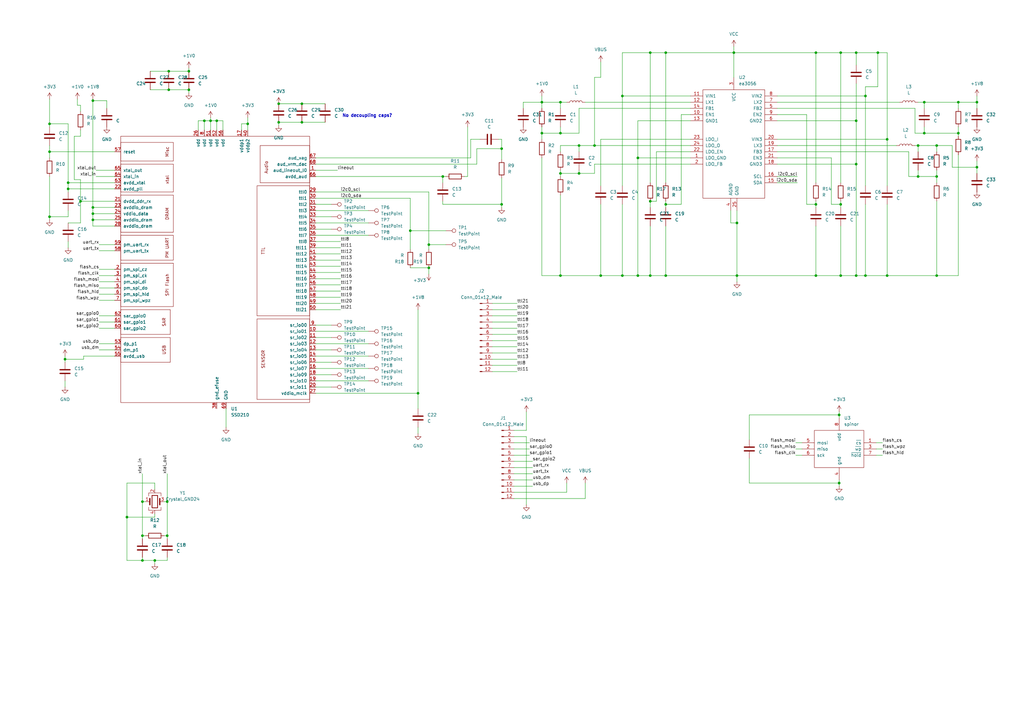
<source format=kicad_sch>
(kicad_sch (version 20211123) (generator eeschema)
  (paper "A3")
  (lib_symbols
    (symbol "Connector:Conn_01x12_Male" (pin_names (offset 1.016) hide)
      (property "Reference" "J" (at 0 15.24 0))
      (property "Value" "Conn_01x12_Male" (at 0 -17.78 0))
      (symbol "Conn_01x12_Male_1_1"
        (pin passive line (at 5.08 12.7 180) (length 3.81) (name "Pin_1") (number "1"))
        (pin passive line (at 5.08 -10.16 180) (length 3.81) (name "Pin_10") (number "10"))
        (pin passive line (at 5.08 -12.7 180) (length 3.81) (name "Pin_11") (number "11"))
        (pin passive line (at 5.08 -15.24 180) (length 3.81) (name "Pin_12") (number "12"))
        (pin passive line (at 5.08 10.16 180) (length 3.81) (name "Pin_2") (number "2"))
        (pin passive line (at 5.08 7.62 180) (length 3.81) (name "Pin_3") (number "3"))
        (pin passive line (at 5.08 5.08 180) (length 3.81) (name "Pin_4") (number "4"))
        (pin passive line (at 5.08 2.54 180) (length 3.81) (name "Pin_5") (number "5"))
        (pin passive line (at 5.08 0 180) (length 3.81) (name "Pin_6") (number "6"))
        (pin passive line (at 5.08 -2.54 180) (length 3.81) (name "Pin_7") (number "7"))
        (pin passive line (at 5.08 -5.08 180) (length 3.81) (name "Pin_8") (number "8"))
        (pin passive line (at 5.08 -7.62 180) (length 3.81) (name "Pin_9") (number "9"))
      )
    )
    (symbol "Connector:TestPoint" (pin_numbers hide) (pin_names (offset 0.762) hide)
      (property "Reference" "TP" (at 0 6.858 0))
      (property "Value" "TestPoint" (at 0 5.08 0))
      (symbol "TestPoint_1_1"
        (pin passive line (at 0 0 90) (length 2.54) (name "1") (number "1"))
      )
    )
    (symbol "Device:C" (pin_numbers hide) (pin_names (offset 0.254))
      (property "Reference" "C" (at 0.635 2.54 0))
      (property "Value" "C" (at 0.635 -2.54 0))
      (symbol "C_1_1"
        (pin passive line (at 0 3.81 270) (length 2.794) (name "~") (number "1"))
        (pin passive line (at 0 -3.81 90) (length 2.794) (name "~") (number "2"))
      )
    )
    (symbol "Device:Crystal_GND24" (pin_names (offset 1.016) hide)
      (property "Reference" "Y" (at 3.175 5.08 0))
      (property "Value" "Crystal_GND24" (at 3.175 3.175 0))
      (symbol "Crystal_GND24_1_1"
        (pin passive line (at -3.81 0 0) (length 1.27) (name "1") (number "1"))
        (pin passive line (at 0 5.08 270) (length 1.27) (name "2") (number "2"))
        (pin passive line (at 3.81 0 180) (length 1.27) (name "3") (number "3"))
        (pin passive line (at 0 -5.08 90) (length 1.27) (name "4") (number "4"))
      )
    )
    (symbol "Device:L" (pin_numbers hide) (pin_names (offset 1.016) hide)
      (property "Reference" "L" (at -1.27 0 90))
      (property "Value" "L" (at 1.905 0 90))
      (symbol "L_1_1"
        (pin passive line (at 0 3.81 270) (length 1.27) (name "1") (number "1"))
        (pin passive line (at 0 -3.81 90) (length 1.27) (name "2") (number "2"))
      )
    )
    (symbol "Device:R" (pin_numbers hide) (pin_names (offset 0))
      (property "Reference" "R" (at 2.032 0 90))
      (property "Value" "R" (at 0 0 90))
      (symbol "R_1_1"
        (pin passive line (at 0 3.81 270) (length 1.27) (name "~") (number "1"))
        (pin passive line (at 0 -3.81 90) (length 1.27) (name "~") (number "2"))
      )
    )
    (symbol "ea3056:ea3056" (pin_names (offset 1.016))
      (property "Reference" "U" (at 0 -1.27 0))
      (property "Value" "ea3056" (at 0 1.27 0))
      (symbol "ea3056_1_1"
        (pin power_in line (at -17.78 -10.16 0) (length 5.08) (name "LDO_GND") (number "1"))
        (pin input line (at -17.78 7.62 0) (length 5.08) (name "EN1") (number "10"))
        (pin power_in line (at -17.78 15.24 0) (length 5.08) (name "VIN1") (number "11"))
        (pin power_out line (at -17.78 12.7 0) (length 5.08) (name "LX1") (number "12"))
        (pin power_in line (at -17.78 5.08 0) (length 5.08) (name "GND1") (number "13"))
        (pin input line (at -17.78 10.16 0) (length 5.08) (name "FB1") (number "14"))
        (pin bidirectional line (at 17.78 -20.32 180) (length 5.08) (name "SDA") (number "15"))
        (pin output line (at 17.78 -17.78 180) (length 5.08) (name "SCL") (number "16"))
        (pin input line (at 17.78 -7.62 180) (length 5.08) (name "FB3") (number "17"))
        (pin power_in line (at 17.78 -12.7 180) (length 5.08) (name "GND3") (number "18"))
        (pin power_out line (at 17.78 -5.08 180) (length 5.08) (name "LX3") (number "19"))
        (pin input line (at -17.78 -12.7 0) (length 5.08) (name "LDO_FB") (number "2"))
        (pin power_in line (at 17.78 -2.54 180) (length 5.08) (name "VIN3") (number "20"))
        (pin input line (at 17.78 -10.16 180) (length 5.08) (name "EN3") (number "21"))
        (pin input line (at -17.78 -7.62 0) (length 5.08) (name "LDO_EN") (number "22"))
        (pin power_in line (at -17.78 -2.54 0) (length 5.08) (name "LDO_I") (number "23"))
        (pin power_out line (at -17.78 -5.08 0) (length 5.08) (name "LDO_O") (number "24"))
        (pin power_in line (at 1.27 -31.75 90) (length 5.08) (name "GND") (number "25"))
        (pin power_in line (at 0 22.86 270) (length 5.08) (name "VCC") (number "3"))
        (pin power_in line (at -1.27 -31.75 90) (length 5.08) (name "AGND") (number "4"))
        (pin input line (at 17.78 10.16 180) (length 5.08) (name "FB2") (number "5"))
        (pin power_in line (at 17.78 5.08 180) (length 5.08) (name "GND2") (number "6"))
        (pin power_out line (at 17.78 12.7 180) (length 5.08) (name "LX2") (number "7"))
        (pin power_in line (at 17.78 15.24 180) (length 5.08) (name "VIN2") (number "8"))
        (pin input line (at 17.78 7.62 180) (length 5.08) (name "EN2") (number "9"))
      )
    )
    (symbol "power:+1V0" (power) (pin_names (offset 0))
      (property "Value" "+1V0" (at 0 3.556 0))
      (symbol "+1V0_1_1"
        (pin power_in line (at 0 0 90) (length 0) hide (name "+1V0") (number "1"))
      )
    )
    (symbol "power:+1V8" (power) (pin_names (offset 0))
      (property "Value" "+1V8" (at 0 3.556 0))
      (symbol "+1V8_1_1"
        (pin power_in line (at 0 0 90) (length 0) hide (name "+1V8") (number "1"))
      )
    )
    (symbol "power:+3.3V" (power) (pin_names (offset 0))
      (property "Value" "+3.3V" (at 0 3.556 0))
      (symbol "+3.3V_1_1"
        (pin power_in line (at 0 0 90) (length 0) hide (name "+3V3") (number "1"))
      )
    )
    (symbol "power:+3V3" (power) (pin_names (offset 0))
      (property "Value" "+3V3" (at 0 3.556 0))
      (symbol "+3V3_1_1"
        (pin power_in line (at 0 0 90) (length 0) hide (name "+3V3") (number "1"))
      )
    )
    (symbol "power:GND" (power) (pin_names (offset 0))
      (property "Value" "GND" (at 0 -3.81 0))
      (symbol "GND_1_1"
        (pin power_in line (at 0 0 270) (length 0) hide (name "GND") (number "1"))
      )
    )
    (symbol "power:VBUS" (power) (pin_names (offset 0))
      (property "Value" "VBUS" (at 0 3.81 0))
      (symbol "VBUS_1_1"
        (pin power_in line (at 0 0 90) (length 0) hide (name "VBUS") (number "1"))
      )
    )
    (symbol "power:VCC" (power) (pin_names (offset 0))
      (property "Value" "VCC" (at 0 3.81 0))
      (symbol "VCC_1_1"
        (pin power_in line (at 0 0 90) (length 0) hide (name "VCC") (number "1"))
      )
    )
    (symbol "spinor:spinor" (pin_names (offset 1.016))
      (property "Reference" "U" (at 0 1.27 0))
      (property "Value" "spinor" (at 0 -1.27 0))
      (symbol "spinor_1_1"
        (pin input line (at 15.24 2.54 180) (length 5.08) (name "~{cs}") (number "1"))
        (pin output line (at -15.24 0 0) (length 5.08) (name "miso") (number "2"))
        (pin input line (at 15.24 0 180) (length 5.08) (name "~{wp}") (number "3"))
        (pin power_in line (at 0 -12.7 90) (length 5.08) (name "gnd") (number "4"))
        (pin input line (at -15.24 2.54 0) (length 5.08) (name "mosi") (number "5"))
        (pin input line (at -15.24 -2.54 0) (length 5.08) (name "sck") (number "6"))
        (pin input line (at 15.24 -2.54 180) (length 5.08) (name "~{hold}") (number "7"))
        (pin power_in line (at 0 12.7 270) (length 5.08) (name "vdd") (number "8"))
      )
    )
    (symbol "ssd210:SSD210" (pin_names (offset 1.016))
      (property "Reference" "U" (at 0 -1.27 0))
      (property "Value" "SSD210" (at 0 1.27 0))
      (symbol "SSD210_0_0"
        (text "Audio" (at 19.05 41.91 900) (effects (font (size 1.27 1.27))))
        (text "DRAM" (at -21.59 22.86 900) (effects (font (size 1.27 1.27))))
        (text "Misc" (at -21.59 48.26 900) (effects (font (size 1.27 1.27))))
        (text "PM UART" (at -21.59 8.89 900) (effects (font (size 1.27 1.27))))
        (text "SAR" (at -22.86 -21.59 900) (effects (font (size 1.27 1.27))))
        (text "SENSOR" (at 17.78 -36.83 900) (effects (font (size 1.27 1.27))))
        (text "SPI Flash" (at -21.59 -6.35 900) (effects (font (size 1.27 1.27))))
        (text "TTL" (at 17.78 7.62 900) (effects (font (size 1.27 1.27))))
        (text "USB" (at -22.86 -33.02 900) (effects (font (size 1.27 1.27))))
        (text "xtal" (at -21.59 36.83 900) (effects (font (size 1.27 1.27))))
      )
      (symbol "SSD210_1_1"
        (pin output line (at 39.37 40.64 180) (length 2.54) (name "aud_lineout_l0") (number "1"))
        (pin bidirectional line (at 39.37 -25.4 180) (length 2.54) (name "sr_io01") (number "10"))
        (pin bidirectional line (at 39.37 -27.94 180) (length 2.54) (name "sr_io02") (number "11"))
        (pin bidirectional line (at 39.37 -30.48 180) (length 2.54) (name "sr_io03") (number "12"))
        (pin bidirectional line (at 39.37 -33.02 180) (length 2.54) (name "sr_io04") (number "13"))
        (pin bidirectional line (at 39.37 -35.56 180) (length 2.54) (name "sr_io05") (number "14"))
        (pin bidirectional line (at 39.37 -38.1 180) (length 2.54) (name "sr_io06") (number "15"))
        (pin bidirectional line (at 39.37 -40.64 180) (length 2.54) (name "sr_io07") (number "16"))
        (pin power_in line (at 8.89 57.15 270) (length 2.54) (name "vddp1") (number "17"))
        (pin bidirectional line (at 39.37 -43.18 180) (length 2.54) (name "sr_io09") (number "18"))
        (pin bidirectional line (at 39.37 -45.72 180) (length 2.54) (name "sr_io10") (number "19"))
        (pin bidirectional line (at -43.18 0 0) (length 2.54) (name "pm_spi_cz") (number "2"))
        (pin bidirectional line (at 39.37 -48.26 180) (length 2.54) (name "sr_io11") (number "20"))
        (pin power_in line (at -43.18 27.94 0) (length 2.54) (name "dvdd_ddr_rx") (number "21"))
        (pin power_in line (at -43.18 33.02 0) (length 2.54) (name "avdd_pll") (number "22"))
        (pin power_in line (at -43.18 25.4 0) (length 2.54) (name "avddio_dram") (number "23"))
        (pin power_in line (at -43.18 22.86 0) (length 2.54) (name "vddio_data") (number "24"))
        (pin power_in line (at -43.18 20.32 0) (length 2.54) (name "avddio_dram") (number "25"))
        (pin power_in line (at -8.89 57.15 270) (length 2.54) (name "vdd") (number "26"))
        (pin power_in line (at 39.37 -50.8 180) (length 2.54) (name "vddio_mclk") (number "27"))
        (pin power_in line (at -43.18 17.78 0) (length 2.54) (name "avddio_dram") (number "28"))
        (pin unspecified line (at 39.37 31.75 180) (length 2.54) (name "ttl0") (number "29"))
        (pin bidirectional line (at -43.18 -2.54 0) (length 2.54) (name "pm_spi_ck") (number "3"))
        (pin unspecified line (at 39.37 29.21 180) (length 2.54) (name "ttl1") (number "30"))
        (pin unspecified line (at 39.37 26.67 180) (length 2.54) (name "ttl2") (number "31"))
        (pin unspecified line (at 39.37 24.13 180) (length 2.54) (name "ttl3") (number "32"))
        (pin unspecified line (at 39.37 21.59 180) (length 2.54) (name "ttl4") (number "33"))
        (pin unspecified line (at 39.37 19.05 180) (length 2.54) (name "ttl5") (number "34"))
        (pin unspecified line (at 39.37 16.51 180) (length 2.54) (name "ttl6") (number "35"))
        (pin unspecified line (at 39.37 13.97 180) (length 2.54) (name "ttl7") (number "36"))
        (pin unspecified line (at 39.37 11.43 180) (length 2.54) (name "ttl8") (number "37"))
        (pin power_out line (at -1.27 -57.15 90) (length 2.54) (name "gnd_efuse") (number "38"))
        (pin input line (at 39.37 8.89 180) (length 2.54) (name "ttl11") (number "39"))
        (pin bidirectional line (at -43.18 -5.08 0) (length 2.54) (name "pm_spi_di") (number "4"))
        (pin power_in line (at 11.43 57.15 270) (length 2.54) (name "vddp2") (number "40"))
        (pin unspecified line (at 39.37 6.35 180) (length 2.54) (name "ttl12") (number "41"))
        (pin unspecified line (at 39.37 3.81 180) (length 2.54) (name "ttl13") (number "42"))
        (pin unspecified line (at 39.37 1.27 180) (length 2.54) (name "ttl14") (number "43"))
        (pin unspecified line (at 39.37 -1.27 180) (length 2.54) (name "ttl15") (number "44"))
        (pin unspecified line (at 39.37 -3.81 180) (length 2.54) (name "ttl16") (number "45"))
        (pin unspecified line (at 39.37 -6.35 180) (length 2.54) (name "ttl17") (number "46"))
        (pin unspecified line (at 39.37 -8.89 180) (length 2.54) (name "ttl18") (number "47"))
        (pin unspecified line (at 39.37 -11.43 180) (length 2.54) (name "ttl19") (number "48"))
        (pin unspecified line (at 39.37 -13.97 180) (length 2.54) (name "ttl20") (number "49"))
        (pin bidirectional line (at -43.18 -7.62 0) (length 2.54) (name "pm_spi_do") (number "5"))
        (pin unspecified line (at 39.37 -16.51 180) (length 2.54) (name "ttl21") (number "50"))
        (pin unspecified line (at -3.81 57.15 270) (length 2.54) (name "vdd") (number "51"))
        (pin power_in line (at -1.27 57.15 270) (length 2.54) (name "vdd") (number "52"))
        (pin input line (at -43.18 -30.48 0) (length 2.54) (name "dp_p1") (number "53"))
        (pin input line (at -43.18 -33.02 0) (length 2.54) (name "dm_p1") (number "54"))
        (pin input line (at -43.18 -35.56 0) (length 2.54) (name "avdd_usb") (number "55"))
        (pin power_in line (at 1.27 57.15 270) (length 2.54) (name "vdd") (number "56"))
        (pin input line (at -43.18 48.26 0) (length 2.54) (name "reset") (number "57"))
        (pin output line (at -43.18 7.62 0) (length 2.54) (name "pm_uart_tx") (number "58"))
        (pin input line (at -43.18 10.16 0) (length 2.54) (name "pm_uart_rx") (number "59"))
        (pin bidirectional line (at -43.18 -10.16 0) (length 2.54) (name "pm_spi_hld") (number "6"))
        (pin input line (at -43.18 -24.13 0) (length 2.54) (name "sar_gpio2") (number "60"))
        (pin input line (at -43.18 -21.59 0) (length 2.54) (name "sar_gpio1") (number "61"))
        (pin input line (at -43.18 -19.05 0) (length 2.54) (name "sar_gpio0") (number "62"))
        (pin input line (at -43.18 35.56 0) (length 2.54) (name "avdd_xtal") (number "63"))
        (pin input line (at -43.18 38.1 0) (length 2.54) (name "xtal_in") (number "64"))
        (pin output line (at -43.18 40.64 0) (length 2.54) (name "xtal_out") (number "65"))
        (pin output line (at 39.37 38.1 180) (length 2.54) (name "avdd_aud") (number "66"))
        (pin input line (at 39.37 45.72 180) (length 2.54) (name "aud_vag") (number "67"))
        (pin output line (at 39.37 43.18 180) (length 2.54) (name "aud_vrm_dac") (number "68"))
        (pin power_out line (at 2.54 -57.15 90) (length 2.54) (name "GND") (number "69"))
        (pin bidirectional line (at -43.18 -12.7 0) (length 2.54) (name "pm_spi_wpz") (number "7"))
        (pin power_in line (at -6.35 57.15 270) (length 2.54) (name "vdd") (number "8"))
        (pin bidirectional line (at 39.37 -22.86 180) (length 2.54) (name "sr_io00") (number "9"))
      )
    )
  )
  (junction (at 58.42 205.74))
  (junction (at 181.61 72.39))
  (junction (at 205.74 60.96))
  (junction (at 123.825 42.545))
  (junction (at 114.3 50.165))
  (junction (at 243.84 59.69))
  (junction (at 58.42 229.87))
  (junction (at 300.99 21.59))
  (junction (at 69.215 29.21))
  (junction (at 266.7 113.03))
  (junction (at 255.27 39.37))
  (junction (at 63.5 229.87))
  (junction (at 171.45 161.29))
  (junction (at 246.38 113.03))
  (junction (at 33.02 82.55))
  (junction (at 261.62 113.03))
  (junction (at 273.05 21.59))
  (junction (at 344.805 21.59))
  (junction (at 344.805 113.03))
  (junction (at 68.58 219.71))
  (junction (at 77.47 29.21))
  (junction (at 20.32 62.23))
  (junction (at 379.095 41.91))
  (junction (at 354.965 113.03))
  (junction (at 376.555 72.39))
  (junction (at 88.9 49.53))
  (junction (at 344.805 83.82))
  (junction (at 83.82 49.53))
  (junction (at 123.825 50.165))
  (junction (at 58.42 219.71))
  (junction (at 38.1 41.275))
  (junction (at 20.32 88.9))
  (junction (at 351.155 21.59))
  (junction (at 26.67 147.32))
  (junction (at 20.32 50.8))
  (junction (at 168.275 94.615))
  (junction (at 229.87 71.12))
  (junction (at 354.965 39.37))
  (junction (at 237.49 59.69))
  (junction (at 27.94 74.93))
  (junction (at 273.05 113.03))
  (junction (at 68.58 205.74))
  (junction (at 86.36 49.53))
  (junction (at 222.25 54.61))
  (junction (at 351.155 67.31))
  (junction (at 27.94 77.47))
  (junction (at 379.095 54.61))
  (junction (at 38.1 90.17))
  (junction (at 393.065 41.91))
  (junction (at 38.1 85.09))
  (junction (at 400.685 41.91))
  (junction (at 344.17 170.18))
  (junction (at 393.065 54.61))
  (junction (at 229.87 41.91))
  (junction (at 363.855 57.15))
  (junction (at 69.215 36.83))
  (junction (at 175.895 109.855))
  (junction (at 363.855 113.03))
  (junction (at 229.87 113.03))
  (junction (at 175.895 100.33))
  (junction (at 384.175 72.39))
  (junction (at 360.045 21.59))
  (junction (at 302.26 91.44))
  (junction (at 229.87 54.61))
  (junction (at 114.3 42.545))
  (junction (at 77.47 36.83))
  (junction (at 334.645 21.59))
  (junction (at 205.74 83.82))
  (junction (at 344.17 198.12))
  (junction (at 261.62 64.77))
  (junction (at 376.555 59.69))
  (junction (at 334.645 83.82))
  (junction (at 334.645 113.03))
  (junction (at 222.25 41.91))
  (junction (at 101.6 50.8))
  (junction (at 255.27 113.03))
  (junction (at 384.175 59.69))
  (junction (at 38.1 87.63))
  (junction (at 273.05 83.82))
  (junction (at 237.49 71.12))
  (junction (at 266.7 82.55))
  (junction (at 351.155 49.53))
  (junction (at 400.685 68.58))
  (junction (at 384.175 113.03))
  (junction (at 52.07 212.09))
  (junction (at 266.7 21.59))
  (junction (at 351.155 113.03))
  (junction (at 302.26 113.03))
  (wire (pts (xy 129.54 111.76) (xy 139.7 111.76)))
  (wire (pts (xy 129.54 133.35) (xy 135.89 133.35)))
  (wire (pts (xy 129.54 140.97) (xy 151.13 140.97)))
  (wire (pts (xy 246.38 57.15) (xy 246.38 76.2)))
  (wire (pts (xy 326.39 184.15) (xy 328.93 184.15)))
  (wire (pts (xy 222.25 113.03) (xy 229.87 113.03)))
  (wire (pts (xy 129.54 104.14) (xy 139.7 104.14)))
  (wire (pts (xy 210.82 189.23) (xy 218.44 189.23)))
  (wire (pts (xy 129.54 151.13) (xy 151.13 151.13)))
  (wire (pts (xy 63.5 229.87) (xy 68.58 229.87)))
  (wire (pts (xy 283.21 57.15) (xy 246.38 57.15)))
  (wire (pts (xy 210.82 201.93) (xy 232.41 201.93)))
  (wire (pts (xy 20.32 40.64) (xy 20.32 50.8)))
  (wire (pts (xy 214.63 41.91) (xy 222.25 41.91)))
  (wire (pts (xy 38.1 90.17) (xy 38.1 87.63)))
  (wire (pts (xy 379.095 54.61) (xy 393.065 54.61)))
  (wire (pts (xy 129.54 116.84) (xy 139.7 116.84)))
  (wire (pts (xy 68.58 205.74) (xy 68.58 219.71)))
  (wire (pts (xy 63.5 198.12) (xy 52.07 198.12)))
  (wire (pts (xy 318.77 46.99) (xy 330.835 46.99)))
  (wire (pts (xy 129.54 146.05) (xy 151.13 146.05)))
  (wire (pts (xy 31.75 40.64) (xy 31.75 43.18)))
  (wire (pts (xy 266.7 82.55) (xy 266.7 85.09)))
  (wire (pts (xy 210.82 191.77) (xy 218.44 191.77)))
  (wire (pts (xy 354.965 39.37) (xy 354.965 76.2)))
  (wire (pts (xy 261.62 64.77) (xy 283.21 64.77)))
  (wire (pts (xy 129.54 93.98) (xy 135.89 93.98)))
  (wire (pts (xy 26.67 147.32) (xy 26.67 148.59)))
  (wire (pts (xy 195.58 60.96) (xy 205.74 60.96)))
  (wire (pts (xy 168.275 94.615) (xy 182.88 94.615)))
  (wire (pts (xy 27.94 50.8) (xy 20.32 50.8)))
  (wire (pts (xy 384.175 59.69) (xy 384.175 62.23)))
  (wire (pts (xy 205.74 73.025) (xy 205.74 83.82)))
  (wire (pts (xy 40.64 115.57) (xy 46.99 115.57)))
  (wire (pts (xy 61.595 29.21) (xy 69.215 29.21)))
  (wire (pts (xy 38.1 92.71) (xy 38.1 90.17)))
  (wire (pts (xy 400.685 39.37) (xy 400.685 41.91)))
  (wire (pts (xy 237.49 44.45) (xy 237.49 54.61)))
  (wire (pts (xy 91.44 49.53) (xy 88.9 49.53)))
  (wire (pts (xy 201.93 142.24) (xy 212.09 142.24)))
  (wire (pts (xy 68.58 229.87) (xy 68.58 228.6)))
  (wire (pts (xy 38.1 90.17) (xy 46.99 90.17)))
  (wire (pts (xy 344.805 113.03) (xy 351.155 113.03)))
  (wire (pts (xy 302.26 113.03) (xy 302.26 115.57)))
  (wire (pts (xy 379.095 41.91) (xy 379.095 44.45)))
  (wire (pts (xy 300.99 19.05) (xy 300.99 21.59)))
  (wire (pts (xy 222.25 41.91) (xy 229.87 41.91)))
  (wire (pts (xy 27.94 88.9) (xy 20.32 88.9)))
  (wire (pts (xy 83.82 49.53) (xy 83.82 53.34)))
  (wire (pts (xy 351.155 21.59) (xy 351.155 26.67)))
  (wire (pts (xy 30.48 55.88) (xy 33.02 55.88)))
  (wire (pts (xy 279.4 83.82) (xy 279.4 46.99)))
  (wire (pts (xy 229.87 69.85) (xy 229.87 71.12)))
  (wire (pts (xy 222.25 41.91) (xy 222.25 44.45)))
  (wire (pts (xy 40.64 100.33) (xy 46.99 100.33)))
  (wire (pts (xy 255.27 113.03) (xy 261.62 113.03)))
  (wire (pts (xy 318.77 41.91) (xy 368.935 41.91)))
  (wire (pts (xy 129.54 91.44) (xy 151.13 91.44)))
  (wire (pts (xy 201.93 127) (xy 212.09 127)))
  (wire (pts (xy 283.21 59.69) (xy 243.84 59.69)))
  (wire (pts (xy 273.05 83.82) (xy 273.05 85.09)))
  (wire (pts (xy 340.995 83.82) (xy 344.805 83.82)))
  (wire (pts (xy 129.54 138.43) (xy 135.89 138.43)))
  (wire (pts (xy 27.94 74.93) (xy 27.94 50.8)))
  (wire (pts (xy 222.25 52.07) (xy 222.25 54.61)))
  (wire (pts (xy 261.62 64.77) (xy 261.62 113.03)))
  (wire (pts (xy 376.555 59.69) (xy 384.175 59.69)))
  (wire (pts (xy 20.32 88.9) (xy 20.32 90.17)))
  (wire (pts (xy 283.21 44.45) (xy 237.49 44.45)))
  (wire (pts (xy 58.42 219.71) (xy 59.69 219.71)))
  (wire (pts (xy 222.25 54.61) (xy 229.87 54.61)))
  (wire (pts (xy 191.77 52.07) (xy 191.77 72.39)))
  (wire (pts (xy 58.42 205.74) (xy 58.42 219.71)))
  (wire (pts (xy 210.82 196.85) (xy 218.44 196.85)))
  (wire (pts (xy 201.93 144.78) (xy 212.09 144.78)))
  (wire (pts (xy 99.06 53.34) (xy 99.06 50.8)))
  (wire (pts (xy 384.175 69.85) (xy 384.175 72.39)))
  (wire (pts (xy 217.17 186.69) (xy 210.82 186.69)))
  (wire (pts (xy 375.285 54.61) (xy 375.285 44.45)))
  (wire (pts (xy 229.87 41.91) (xy 229.87 44.45)))
  (wire (pts (xy 240.03 204.47) (xy 240.03 198.12)))
  (wire (pts (xy 201.93 137.16) (xy 212.09 137.16)))
  (wire (pts (xy 58.42 219.71) (xy 58.42 220.98)))
  (wire (pts (xy 273.05 92.71) (xy 273.05 113.03)))
  (wire (pts (xy 99.06 50.8) (xy 101.6 50.8)))
  (wire (pts (xy 38.1 85.09) (xy 46.99 85.09)))
  (wire (pts (xy 129.54 69.85) (xy 138.43 69.85)))
  (wire (pts (xy 318.77 67.31) (xy 351.155 67.31)))
  (wire (pts (xy 266.7 82.55) (xy 269.24 82.55)))
  (wire (pts (xy 69.215 36.83) (xy 77.47 36.83)))
  (wire (pts (xy 326.39 186.69) (xy 328.93 186.69)))
  (wire (pts (xy 215.9 179.07) (xy 215.9 207.01)))
  (wire (pts (xy 38.1 87.63) (xy 46.99 87.63)))
  (wire (pts (xy 307.34 187.96) (xy 307.34 198.12)))
  (wire (pts (xy 40.64 118.11) (xy 46.99 118.11)))
  (wire (pts (xy 360.045 21.59) (xy 363.855 21.59)))
  (wire (pts (xy 129.54 143.51) (xy 135.89 143.51)))
  (wire (pts (xy 400.685 44.45) (xy 400.685 41.91)))
  (wire (pts (xy 210.82 199.39) (xy 218.44 199.39)))
  (wire (pts (xy 384.175 113.03) (xy 393.065 113.03)))
  (wire (pts (xy 201.93 139.7) (xy 212.09 139.7)))
  (wire (pts (xy 59.69 205.74) (xy 58.42 205.74)))
  (wire (pts (xy 229.87 59.69) (xy 229.87 62.23)))
  (wire (pts (xy 222.25 39.37) (xy 222.25 41.91)))
  (wire (pts (xy 201.93 129.54) (xy 212.09 129.54)))
  (wire (pts (xy 390.525 59.69) (xy 390.525 68.58)))
  (wire (pts (xy 27.94 77.47) (xy 27.94 78.74)))
  (wire (pts (xy 359.41 181.61) (xy 361.95 181.61)))
  (wire (pts (xy 129.54 127) (xy 139.7 127)))
  (wire (pts (xy 33.02 73.66) (xy 30.48 73.66)))
  (wire (pts (xy 237.49 59.69) (xy 237.49 62.23)))
  (wire (pts (xy 393.065 41.91) (xy 400.685 41.91)))
  (wire (pts (xy 114.3 51.435) (xy 114.3 50.165)))
  (wire (pts (xy 307.34 198.12) (xy 344.17 198.12)))
  (wire (pts (xy 181.61 72.39) (xy 182.88 72.39)))
  (wire (pts (xy 273.05 83.82) (xy 279.4 83.82)))
  (wire (pts (xy 129.54 148.59) (xy 135.89 148.59)))
  (wire (pts (xy 171.45 175.26) (xy 171.45 177.8)))
  (wire (pts (xy 243.84 31.75) (xy 246.38 31.75)))
  (wire (pts (xy 31.75 43.18) (xy 33.02 43.18)))
  (wire (pts (xy 34.29 147.32) (xy 34.29 146.05)))
  (wire (pts (xy 205.74 83.82) (xy 205.74 85.09)))
  (wire (pts (xy 318.77 39.37) (xy 354.965 39.37)))
  (wire (pts (xy 334.645 21.59) (xy 344.805 21.59)))
  (wire (pts (xy 168.275 81.28) (xy 168.275 94.615)))
  (wire (pts (xy 376.555 41.91) (xy 379.095 41.91)))
  (wire (pts (xy 171.45 161.29) (xy 171.45 167.64)))
  (wire (pts (xy 77.47 38.1) (xy 77.47 36.83)))
  (wire (pts (xy 129.54 101.6) (xy 139.7 101.6)))
  (wire (pts (xy 195.58 67.31) (xy 195.58 60.96)))
  (wire (pts (xy 375.285 59.69) (xy 376.555 59.69)))
  (wire (pts (xy 40.64 113.03) (xy 46.99 113.03)))
  (wire (pts (xy 168.275 94.615) (xy 168.275 102.235)))
  (wire (pts (xy 175.895 112.395) (xy 175.895 109.855)))
  (wire (pts (xy 27.94 74.93) (xy 46.99 74.93)))
  (wire (pts (xy 283.21 49.53) (xy 261.62 49.53)))
  (wire (pts (xy 351.155 21.59) (xy 360.045 21.59)))
  (wire (pts (xy 266.7 21.59) (xy 255.27 21.59)))
  (wire (pts (xy 33.02 55.88) (xy 33.02 53.34)))
  (wire (pts (xy 222.25 54.61) (xy 222.25 57.15)))
  (wire (pts (xy 201.93 147.32) (xy 212.09 147.32)))
  (wire (pts (xy 255.27 83.82) (xy 255.27 113.03)))
  (wire (pts (xy 237.49 71.12) (xy 237.49 69.85)))
  (wire (pts (xy 68.58 219.71) (xy 67.31 219.71)))
  (wire (pts (xy 318.77 49.53) (xy 351.155 49.53)))
  (wire (pts (xy 33.02 82.55) (xy 33.02 73.66)))
  (wire (pts (xy 114.3 50.165) (xy 123.825 50.165)))
  (wire (pts (xy 384.175 82.55) (xy 384.175 113.03)))
  (wire (pts (xy 375.285 54.61) (xy 379.095 54.61)))
  (wire (pts (xy 205.74 60.96) (xy 205.74 65.405)))
  (wire (pts (xy 63.5 212.09) (xy 52.07 212.09)))
  (wire (pts (xy 129.54 88.9) (xy 135.89 88.9)))
  (wire (pts (xy 40.64 120.65) (xy 46.99 120.65)))
  (wire (pts (xy 359.41 186.69) (xy 361.95 186.69)))
  (wire (pts (xy 334.645 113.03) (xy 344.805 113.03)))
  (wire (pts (xy 27.94 91.44) (xy 33.02 91.44)))
  (wire (pts (xy 215.9 168.91) (xy 215.9 176.53)))
  (wire (pts (xy 58.42 194.31) (xy 58.42 205.74)))
  (wire (pts (xy 318.77 72.39) (xy 327.025 72.39)))
  (wire (pts (xy 129.54 81.28) (xy 168.275 81.28)))
  (wire (pts (xy 344.17 170.18) (xy 344.17 171.45)))
  (wire (pts (xy 101.6 48.26) (xy 101.6 50.8)))
  (wire (pts (xy 114.3 42.545) (xy 123.825 42.545)))
  (wire (pts (xy 129.54 83.82) (xy 135.89 83.82)))
  (wire (pts (xy 123.825 50.165) (xy 133.35 50.165)))
  (wire (pts (xy 52.07 212.09) (xy 52.07 229.87)))
  (wire (pts (xy 34.29 146.05) (xy 46.99 146.05)))
  (wire (pts (xy 330.835 83.82) (xy 334.645 83.82)))
  (wire (pts (xy 354.965 35.56) (xy 360.045 35.56)))
  (wire (pts (xy 354.965 113.03) (xy 363.855 113.03)))
  (wire (pts (xy 351.155 67.31) (xy 351.155 49.53)))
  (wire (pts (xy 201.93 152.4) (xy 212.09 152.4)))
  (wire (pts (xy 351.155 34.29) (xy 351.155 49.53)))
  (wire (pts (xy 237.49 71.12) (xy 243.84 71.12)))
  (wire (pts (xy 101.6 50.8) (xy 101.6 53.34)))
  (wire (pts (xy 129.54 135.89) (xy 151.13 135.89)))
  (wire (pts (xy 363.855 113.03) (xy 384.175 113.03)))
  (wire (pts (xy 393.065 41.91) (xy 393.065 44.45)))
  (wire (pts (xy 299.72 86.36) (xy 299.72 91.44)))
  (wire (pts (xy 326.39 181.61) (xy 328.93 181.61)))
  (wire (pts (xy 77.47 27.94) (xy 77.47 29.21)))
  (wire (pts (xy 318.77 44.45) (xy 375.285 44.45)))
  (wire (pts (xy 58.42 229.87) (xy 63.5 229.87)))
  (wire (pts (xy 318.77 59.69) (xy 367.665 59.69)))
  (wire (pts (xy 133.35 42.545) (xy 123.825 42.545)))
  (wire (pts (xy 393.065 63.5) (xy 393.065 113.03)))
  (wire (pts (xy 52.07 198.12) (xy 52.07 212.09)))
  (wire (pts (xy 379.095 41.91) (xy 393.065 41.91)))
  (wire (pts (xy 20.32 59.69) (xy 20.32 62.23)))
  (wire (pts (xy 393.065 52.07) (xy 393.065 54.61)))
  (wire (pts (xy 201.93 134.62) (xy 212.09 134.62)))
  (wire (pts (xy 171.45 127) (xy 171.45 161.29)))
  (wire (pts (xy 334.645 92.71) (xy 334.645 113.03)))
  (wire (pts (xy 318.77 74.93) (xy 327.025 74.93)))
  (wire (pts (xy 39.37 72.39) (xy 46.99 72.39)))
  (wire (pts (xy 334.645 82.55) (xy 334.645 83.82)))
  (wire (pts (xy 344.17 198.12) (xy 344.17 199.39)))
  (wire (pts (xy 229.87 80.01) (xy 229.87 113.03)))
  (wire (pts (xy 344.17 170.18) (xy 307.34 170.18)))
  (wire (pts (xy 129.54 64.77) (xy 193.04 64.77)))
  (wire (pts (xy 273.05 113.03) (xy 302.26 113.03)))
  (wire (pts (xy 40.64 143.51) (xy 46.99 143.51)))
  (wire (pts (xy 302.26 86.36) (xy 302.26 91.44)))
  (wire (pts (xy 363.855 21.59) (xy 363.855 57.15)))
  (wire (pts (xy 232.41 41.91) (xy 229.87 41.91)))
  (wire (pts (xy 266.7 113.03) (xy 273.05 113.03)))
  (wire (pts (xy 354.965 39.37) (xy 354.965 35.56)))
  (wire (pts (xy 68.58 194.31) (xy 68.58 205.74)))
  (wire (pts (xy 302.26 91.44) (xy 302.26 113.03)))
  (wire (pts (xy 129.54 109.22) (xy 139.7 109.22)))
  (wire (pts (xy 340.995 64.77) (xy 340.995 83.82)))
  (wire (pts (xy 269.24 82.55) (xy 269.24 62.23)))
  (wire (pts (xy 86.36 49.53) (xy 86.36 53.34)))
  (wire (pts (xy 300.99 21.59) (xy 334.645 21.59)))
  (wire (pts (xy 351.155 113.03) (xy 354.965 113.03)))
  (wire (pts (xy 129.54 121.92) (xy 139.7 121.92)))
  (wire (pts (xy 273.05 82.55) (xy 273.05 83.82)))
  (wire (pts (xy 232.41 198.12) (xy 232.41 201.93)))
  (wire (pts (xy 43.815 41.275) (xy 38.1 41.275)))
  (wire (pts (xy 20.32 72.39) (xy 20.32 88.9)))
  (wire (pts (xy 243.84 59.69) (xy 237.49 59.69)))
  (wire (pts (xy 33.02 43.18) (xy 33.02 45.72)))
  (wire (pts (xy 266.7 92.71) (xy 266.7 113.03)))
  (wire (pts (xy 261.62 113.03) (xy 266.7 113.03)))
  (wire (pts (xy 330.835 46.99) (xy 330.835 83.82)))
  (wire (pts (xy 46.99 92.71) (xy 38.1 92.71)))
  (wire (pts (xy 193.04 64.77) (xy 193.04 57.15)))
  (wire (pts (xy 20.32 62.23) (xy 20.32 64.77)))
  (wire (pts (xy 210.82 204.47) (xy 240.03 204.47)))
  (wire (pts (xy 129.54 96.52) (xy 151.13 96.52)))
  (wire (pts (xy 318.77 57.15) (xy 363.855 57.15)))
  (wire (pts (xy 67.31 205.74) (xy 68.58 205.74)))
  (wire (pts (xy 181.61 82.55) (xy 181.61 83.82)))
  (wire (pts (xy 40.64 129.54) (xy 46.99 129.54)))
  (wire (pts (xy 175.895 78.74) (xy 175.895 100.33)))
  (wire (pts (xy 400.685 66.04) (xy 400.685 68.58)))
  (wire (pts (xy 83.82 49.53) (xy 81.28 49.53)))
  (wire (pts (xy 129.54 153.67) (xy 135.89 153.67)))
  (wire (pts (xy 27.94 74.93) (xy 27.94 77.47)))
  (wire (pts (xy 40.64 132.08) (xy 46.99 132.08)))
  (wire (pts (xy 175.895 100.33) (xy 182.88 100.33)))
  (wire (pts (xy 30.48 73.66) (xy 30.48 55.88)))
  (wire (pts (xy 283.21 39.37) (xy 255.27 39.37)))
  (wire (pts (xy 393.065 54.61) (xy 393.065 55.88)))
  (wire (pts (xy 344.805 83.82) (xy 344.805 85.09)))
  (wire (pts (xy 129.54 106.68) (xy 139.7 106.68)))
  (wire (pts (xy 279.4 46.99) (xy 283.21 46.99)))
  (wire (pts (xy 240.03 41.91) (xy 283.21 41.91)))
  (wire (pts (xy 129.54 99.06) (xy 139.7 99.06)))
  (wire (pts (xy 390.525 68.58) (xy 400.685 68.58)))
  (wire (pts (xy 229.87 54.61) (xy 237.49 54.61)))
  (wire (pts (xy 269.24 62.23) (xy 283.21 62.23)))
  (wire (pts (xy 344.17 168.91) (xy 344.17 170.18)))
  (wire (pts (xy 33.02 91.44) (xy 33.02 82.55)))
  (wire (pts (xy 63.5 210.82) (xy 63.5 212.09)))
  (wire (pts (xy 222.25 64.77) (xy 222.25 113.03)))
  (wire (pts (xy 40.64 140.97) (xy 46.99 140.97)))
  (wire (pts (xy 400.685 71.12) (xy 400.685 68.58)))
  (wire (pts (xy 359.41 184.15) (xy 361.95 184.15)))
  (wire (pts (xy 376.555 69.85) (xy 376.555 72.39)))
  (wire (pts (xy 344.805 21.59) (xy 351.155 21.59)))
  (wire (pts (xy 129.54 124.46) (xy 139.7 124.46)))
  (wire (pts (xy 129.54 161.29) (xy 171.45 161.29)))
  (wire (pts (xy 363.855 57.15) (xy 363.855 76.2)))
  (wire (pts (xy 46.99 62.23) (xy 20.32 62.23)))
  (wire (pts (xy 63.5 229.87) (xy 63.5 231.14)))
  (wire (pts (xy 39.37 69.85) (xy 46.99 69.85)))
  (wire (pts (xy 58.42 228.6) (xy 58.42 229.87)))
  (wire (pts (xy 129.54 114.3) (xy 139.7 114.3)))
  (wire (pts (xy 52.07 229.87) (xy 58.42 229.87)))
  (wire (pts (xy 351.155 67.31) (xy 351.155 113.03)))
  (wire (pts (xy 246.38 31.75) (xy 246.38 25.4)))
  (wire (pts (xy 273.05 21.59) (xy 266.7 21.59)))
  (wire (pts (xy 129.54 119.38) (xy 139.7 119.38)))
  (wire (pts (xy 300.99 21.59) (xy 300.99 31.75)))
  (wire (pts (xy 88.9 53.34) (xy 88.9 49.53)))
  (wire (pts (xy 191.77 72.39) (xy 190.5 72.39)))
  (wire (pts (xy 69.215 29.21) (xy 77.47 29.21)))
  (wire (pts (xy 129.54 156.21) (xy 151.13 156.21)))
  (wire (pts (xy 91.44 53.34) (xy 91.44 49.53)))
  (wire (pts (xy 210.82 179.07) (xy 215.9 179.07)))
  (wire (pts (xy 344.17 196.85) (xy 344.17 198.12)))
  (wire (pts (xy 61.595 36.83) (xy 69.215 36.83)))
  (wire (pts (xy 26.67 146.05) (xy 26.67 147.32)))
  (wire (pts (xy 384.175 72.39) (xy 384.175 74.93)))
  (wire (pts (xy 175.895 100.33) (xy 175.895 102.235)))
  (wire (pts (xy 229.87 71.12) (xy 229.87 72.39)))
  (wire (pts (xy 229.87 113.03) (xy 246.38 113.03)))
  (wire (pts (xy 363.855 83.82) (xy 363.855 113.03)))
  (wire (pts (xy 27.94 99.06) (xy 27.94 101.6)))
  (wire (pts (xy 38.1 87.63) (xy 38.1 85.09)))
  (wire (pts (xy 38.1 85.09) (xy 38.1 41.275)))
  (wire (pts (xy 261.62 49.53) (xy 261.62 64.77)))
  (wire (pts (xy 43.815 44.45) (xy 43.815 41.275)))
  (wire (pts (xy 344.805 21.59) (xy 344.805 74.93)))
  (wire (pts (xy 217.17 184.15) (xy 210.82 184.15)))
  (wire (pts (xy 243.84 59.69) (xy 243.84 31.75)))
  (wire (pts (xy 40.64 102.87) (xy 46.99 102.87)))
  (wire (pts (xy 86.36 48.26) (xy 86.36 49.53)))
  (wire (pts (xy 273.05 21.59) (xy 273.05 74.93)))
  (wire (pts (xy 129.54 72.39) (xy 181.61 72.39)))
  (wire (pts (xy 33.02 82.55) (xy 46.99 82.55)))
  (wire (pts (xy 354.965 83.82) (xy 354.965 113.03)))
  (wire (pts (xy 243.84 71.12) (xy 243.84 67.31)))
  (wire (pts (xy 318.77 62.23) (xy 372.745 62.23)))
  (wire (pts (xy 193.04 57.15) (xy 196.85 57.15)))
  (wire (pts (xy 372.745 72.39) (xy 376.555 72.39)))
  (wire (pts (xy 201.93 124.46) (xy 212.09 124.46)))
  (wire (pts (xy 204.47 57.15) (xy 205.74 57.15)))
  (wire (pts (xy 210.82 194.31) (xy 218.44 194.31)))
  (wire (pts (xy 376.555 72.39) (xy 384.175 72.39)))
  (wire (pts (xy 344.805 82.55) (xy 344.805 83.82)))
  (wire (pts (xy 299.72 91.44) (xy 302.26 91.44)))
  (wire (pts (xy 92.71 167.64) (xy 92.71 175.26)))
  (wire (pts (xy 255.27 21.59) (xy 255.27 39.37)))
  (wire (pts (xy 129.54 158.75) (xy 135.89 158.75)))
  (wire (pts (xy 344.805 92.71) (xy 344.805 113.03)))
  (wire (pts (xy 266.7 21.59) (xy 266.7 74.93)))
  (wire (pts (xy 318.77 64.77) (xy 340.995 64.77)))
  (wire (pts (xy 229.87 71.12) (xy 237.49 71.12)))
  (wire (pts (xy 372.745 72.39) (xy 372.745 62.23)))
  (wire (pts (xy 40.64 134.62) (xy 46.99 134.62)))
  (wire (pts (xy 237.49 59.69) (xy 229.87 59.69)))
  (wire (pts (xy 214.63 44.45) (xy 214.63 41.91)))
  (wire (pts (xy 129.54 67.31) (xy 195.58 67.31)))
  (wire (pts (xy 26.67 156.21) (xy 26.67 158.75)))
  (wire (pts (xy 26.67 147.32) (xy 34.29 147.32)))
  (wire (pts (xy 181.61 83.82) (xy 205.74 83.82)))
  (wire (pts (xy 376.555 59.69) (xy 376.555 62.23)))
  (wire (pts (xy 38.1 41.275) (xy 38.1 40.64)))
  (wire (pts (xy 88.9 49.53) (xy 86.36 49.53)))
  (wire (pts (xy 217.17 181.61) (xy 210.82 181.61)))
  (wire (pts (xy 246.38 83.82) (xy 246.38 113.03)))
  (wire (pts (xy 384.175 59.69) (xy 390.525 59.69)))
  (wire (pts (xy 201.93 149.86) (xy 212.09 149.86)))
  (wire (pts (xy 40.64 110.49) (xy 46.99 110.49)))
  (wire (pts (xy 129.54 86.36) (xy 151.13 86.36)))
  (wire (pts (xy 302.26 113.03) (xy 334.645 113.03)))
  (wire (pts (xy 334.645 21.59) (xy 334.645 74.93)))
  (wire (pts (xy 175.895 109.855) (xy 168.275 109.855)))
  (wire (pts (xy 86.36 49.53) (xy 83.82 49.53)))
  (wire (pts (xy 20.32 50.8) (xy 20.32 52.07)))
  (wire (pts (xy 210.82 176.53) (xy 215.9 176.53)))
  (wire (pts (xy 129.54 78.74) (xy 175.895 78.74)))
  (wire (pts (xy 300.99 21.59) (xy 273.05 21.59)))
  (wire (pts (xy 243.84 67.31) (xy 283.21 67.31)))
  (wire (pts (xy 81.28 49.53) (xy 81.28 53.34)))
  (wire (pts (xy 205.74 57.15) (xy 205.74 60.96)))
  (wire (pts (xy 201.93 132.08) (xy 212.09 132.08)))
  (wire (pts (xy 63.5 200.66) (xy 63.5 198.12)))
  (wire (pts (xy 40.64 123.19) (xy 46.99 123.19)))
  (wire (pts (xy 255.27 39.37) (xy 255.27 76.2)))
  (wire (pts (xy 307.34 170.18) (xy 307.34 180.34)))
  (wire (pts (xy 229.87 52.07) (xy 229.87 54.61)))
  (wire (pts (xy 27.94 77.47) (xy 46.99 77.47)))
  (wire (pts (xy 68.58 219.71) (xy 68.58 220.98)))
  (wire (pts (xy 334.645 83.82) (xy 334.645 85.09)))
  (wire (pts (xy 181.61 72.39) (xy 181.61 74.93)))
  (wire (pts (xy 360.045 35.56) (xy 360.045 21.59)))
  (wire (pts (xy 246.38 113.03) (xy 255.27 113.03)))
  (wire (pts (xy 27.94 86.36) (xy 27.94 88.9)))
  (wire (pts (xy 379.095 52.07) (xy 379.095 54.61)))
  (text "No decoupling caps?" (at 140.335 48.26 0) (effects (font (size 1.27 1.27) (thickness 0.254) bold) (justify left bottom)))
  (label "usb_dm" (at 40.64 143.51 180))
  (label "usb_dp" (at 218.44 199.39 0))
  (label "flash_clk" (at 326.39 186.69 180))
  (label "ttl21" (at 139.7 127 0))
  (label "ttl11" (at 139.7 101.6 0))
  (label "ttl18" (at 139.7 119.38 0))
  (label "xtal_in" (at 39.37 72.39 180))
  (label "ttl21" (at 212.09 124.46 0))
  (label "flash_wpz" (at 361.95 184.15 0))
  (label "ttl19" (at 212.09 129.54 0))
  (label "xtal_out" (at 68.58 194.31 90))
  (label "ttl15" (at 139.7 111.76 0))
  (label "ttl19" (at 139.7 121.92 0))
  (label "ttl20" (at 212.09 127 0))
  (label "ttl8" (at 212.09 149.86 0))
  (label "i2c0_sda" (at 327.025 74.93 180))
  (label "uart_tx" (at 40.64 102.87 180))
  (label "flash_mosi" (at 40.64 115.57 180))
  (label "ttl20" (at 139.7 124.46 0))
  (label "ttl12" (at 139.7 104.14 0))
  (label "ttl18" (at 212.09 132.08 0))
  (label "ttl15" (at 212.09 139.7 0))
  (label "sar_gpio2" (at 218.44 189.23 0))
  (label "flash_cs" (at 361.95 181.61 0))
  (label "ttl13" (at 212.09 147.32 0))
  (label "sar_gpio1" (at 40.64 132.08 180))
  (label "xtal_in" (at 58.42 194.31 90))
  (label "i2c0_scl" (at 139.7 78.74 0))
  (label "xtal_out" (at 39.37 69.85 180))
  (label "ttl14" (at 212.09 142.24 0))
  (label "sar_gpio2" (at 40.64 134.62 180))
  (label "ttl17" (at 212.09 134.62 0))
  (label "flash_mosi" (at 326.39 181.61 180))
  (label "usb_dm" (at 218.44 196.85 0))
  (label "ttl13" (at 139.7 106.68 0))
  (label "flash_clk" (at 40.64 113.03 180))
  (label "flash_cs" (at 40.64 110.49 180))
  (label "flash_hld" (at 361.95 186.69 0))
  (label "uart_tx" (at 218.44 194.31 0))
  (label "flash_wpz" (at 40.64 123.19 180))
  (label "ttl11" (at 212.09 152.4 0))
  (label "lineout" (at 217.17 181.61 0))
  (label "sar_gpio0" (at 217.17 184.15 0))
  (label "lineout" (at 138.43 69.85 0))
  (label "ttl8" (at 139.7 99.06 0))
  (label "flash_miso" (at 326.39 184.15 180))
  (label "ttl17" (at 139.7 116.84 0))
  (label "uart_rx" (at 40.64 100.33 180))
  (label "sar_gpio1" (at 217.17 186.69 0))
  (label "ttl12" (at 212.09 144.78 0))
  (label "usb_dp" (at 40.64 140.97 180))
  (label "flash_miso" (at 40.64 118.11 180))
  (label "ttl16" (at 212.09 137.16 0))
  (label "ttl16" (at 139.7 114.3 0))
  (label "ttl14" (at 139.7 109.22 0))
  (label "flash_hld" (at 40.64 120.65 180))
  (label "i2c0_scl" (at 327.025 72.39 180))
  (label "uart_rx" (at 218.44 191.77 0))
  (label "sar_gpio0" (at 40.64 129.54 180))
  (label "i2c0_sda" (at 139.7 81.28 0))
  (symbol (lib_id "power:GND") (at 344.17 199.39 0) (unit 1)
    (property "Reference" "#PWR0107" (effects hide))
    (property "Value" "GND" (at 344.17 204.47 0))
  )
  (symbol (lib_id "Connector:TestPoint") (at 151.13 86.36 270) (unit 1)
    (property "Reference" "TP6" (at 156.21 85.0899 90) (effects (justify left)))
    (property "Value" "TestPoint" (at 156.21 87.6299 90) (effects (justify left)))
    (property "Footprint" "TestPoint:TestPoint_Pad_D1.0mm" (effects hide))
  )
  (symbol (lib_id "Device:R") (at 266.7 78.74 0) (unit 1)
    (property "Reference" "R17" (at 269.24 77.4699 0) (effects (justify left)))
    (property "Value" "R" (at 269.24 80.0099 0) (effects (justify left)))
    (property "Footprint" "Resistor_SMD:R_0402_1005Metric" (effects hide))
  )
  (symbol (lib_id "Connector:Conn_01x12_Male") (at 196.85 137.16 0) (unit 1)
    (property "Reference" "J2" (at 197.485 119.38 0))
    (property "Value" "Conn_01x12_Male" (at 197.485 121.92 0))
    (property "Footprint" "Connector_PinHeader_2.54mm:PinHeader_1x12_P2.54mm_Vertical" (effects hide))
  )
  (symbol (lib_id "power:+3V3") (at 400.685 66.04 0) (unit 1)
    (property "Reference" "#PWR0104" (effects hide))
    (property "Value" "+3V3" (at 400.685 60.96 0))
  )
  (symbol (lib_id "power:GND") (at 171.45 177.8 0) (unit 1)
    (property "Reference" "#PWR0124" (effects hide))
    (property "Value" "GND" (at 171.45 182.88 0))
  )
  (symbol (lib_id "Device:C") (at 43.815 48.26 0) (unit 1)
    (property "Reference" "C24" (at 55.88 34.2899 0) (effects (justify left)))
    (property "Value" "C" (at 47.625 49.5299 0) (effects (justify left)))
    (property "Footprint" "Capacitor_SMD:C_0402_1005Metric" (effects hide))
  )
  (symbol (lib_id "power:+3V3") (at 175.895 112.395 180) (unit 1)
    (property "Reference" "#PWR01" (effects hide))
    (property "Value" "+3V3" (at 172.085 114.935 0))
  )
  (symbol (lib_id "power:VBUS") (at 246.38 25.4 0) (unit 1)
    (property "Reference" "#PWR0123" (effects hide))
    (property "Value" "VBUS" (at 246.38 20.32 0))
  )
  (symbol (lib_id "power:GND") (at 20.32 90.17 0) (unit 1)
    (property "Reference" "#PWR0114" (effects hide))
    (property "Value" "GND" (at 20.32 95.25 0))
  )
  (symbol (lib_id "power:+3V3") (at 215.9 168.91 0) (unit 1)
    (property "Reference" "#PWR0121" (effects hide))
    (property "Value" "+3V3" (at 215.9 163.83 0))
  )
  (symbol (lib_id "power:GND") (at 63.5 231.14 0) (unit 1)
    (property "Reference" "#PWR0122" (effects hide))
    (property "Value" "GND" (at 63.5 236.22 0))
  )
  (symbol (lib_id "Device:C") (at 69.215 33.02 0) (unit 1)
    (property "Reference" "C28" (at 73.025 31.7499 0) (effects (justify left)))
    (property "Value" "C" (at 73.025 34.2899 0) (effects (justify left)))
    (property "Footprint" "Capacitor_SMD:C_0402_1005Metric" (effects hide))
  )
  (symbol (lib_id "Device:R") (at 222.25 48.26 0) (unit 1)
    (property "Reference" "R1" (at 224.79 46.9899 0) (effects (justify left)))
    (property "Value" "R" (at 224.79 49.5299 0) (effects (justify left)))
    (property "Footprint" "Resistor_SMD:R_0402_1005Metric" (effects hide))
  )
  (symbol (lib_id "Device:R") (at 175.895 106.045 180) (unit 1)
    (property "Reference" "R19" (at 173.355 107.3151 0) (effects (justify left)))
    (property "Value" "R" (at 173.355 104.7751 0) (effects (justify left)))
    (property "Footprint" "Resistor_SMD:R_0402_1005Metric" (effects hide))
  )
  (symbol (lib_id "Device:R") (at 344.805 78.74 0) (unit 1)
    (property "Reference" "R15" (at 347.345 77.4699 0) (effects (justify left)))
    (property "Value" "R" (at 347.345 80.0099 0) (effects (justify left)))
    (property "Footprint" "Resistor_SMD:R_0402_1005Metric" (effects hide))
  )
  (symbol (lib_id "Device:C") (at 229.87 48.26 0) (unit 1)
    (property "Reference" "C1" (at 233.68 46.9899 0) (effects (justify left)))
    (property "Value" "C" (at 233.68 49.5299 0) (effects (justify left)))
    (property "Footprint" "Capacitor_SMD:C_0402_1005Metric" (effects hide))
  )
  (symbol (lib_id "power:+1V8") (at 38.1 40.64 0) (unit 1)
    (property "Reference" "#PWR0120" (effects hide))
    (property "Value" "+1V8" (at 38.1 35.56 0))
  )
  (symbol (lib_id "Connector:TestPoint") (at 182.88 100.33 270) (unit 1)
    (property "Reference" "TP5" (at 187.96 99.0599 90) (effects (justify left)))
    (property "Value" "TestPoint" (at 187.96 101.5999 90) (effects (justify left)))
    (property "Footprint" "TestPoint:TestPoint_Pad_D1.0mm" (effects hide))
  )
  (symbol (lib_id "Device:C") (at 68.58 224.79 0) (unit 1)
    (property "Reference" "C18" (at 72.39 223.5199 0) (effects (justify left)))
    (property "Value" "C" (at 72.39 226.0599 0) (effects (justify left)))
    (property "Footprint" "Capacitor_SMD:C_0402_1005Metric" (effects hide))
  )
  (symbol (lib_id "Connector:TestPoint") (at 151.13 146.05 270) (unit 1)
    (property "Reference" "TP17" (at 156.21 144.7799 90) (effects (justify left)))
    (property "Value" "TestPoint" (at 156.21 147.3199 90) (effects (justify left)))
    (property "Footprint" "TestPoint:TestPoint_Pad_D1.0mm" (effects hide))
  )
  (symbol (lib_id "Connector:TestPoint") (at 135.89 88.9 270) (unit 1)
    (property "Reference" "TP3" (at 140.97 87.6299 90) (effects (justify left)))
    (property "Value" "TestPoint" (at 140.97 90.1699 90) (effects (justify left)))
    (property "Footprint" "TestPoint:TestPoint_Pad_D1.0mm" (effects hide))
  )
  (symbol (lib_id "Device:C") (at 200.66 57.15 90) (unit 1)
    (property "Reference" "C11" (at 200.66 49.53 90))
    (property "Value" "C" (at 200.66 52.07 90))
    (property "Footprint" "Capacitor_SMD:C_0402_1005Metric" (effects hide))
  )
  (symbol (lib_id "Device:R") (at 33.02 49.53 0) (unit 1)
    (property "Reference" "R16" (at 35.56 48.2599 0) (effects (justify left)))
    (property "Value" "R" (at 35.56 50.7999 0) (effects (justify left)))
    (property "Footprint" "Resistor_SMD:R_0402_1005Metric" (effects hide))
  )
  (symbol (lib_id "spinor:spinor") (at 344.17 184.15 0) (unit 1)
    (property "Reference" "U3" (at 346.1894 171.45 0) (effects (justify left)))
    (property "Value" "spinor" (at 346.1894 173.99 0) (effects (justify left)))
    (property "Footprint" "wson8-8x6mm:wson8-8x6mm" (effects hide))
  )
  (symbol (lib_id "Device:C") (at 61.595 33.02 0) (unit 1)
    (property "Reference" "C27" (at 65.405 31.7499 0) (effects (justify left)))
    (property "Value" "C" (at 65.405 34.2899 0) (effects (justify left)))
    (property "Footprint" "Capacitor_SMD:C_0402_1005Metric" (effects hide))
  )
  (symbol (lib_id "power:GND") (at 26.67 158.75 0) (unit 1)
    (property "Reference" "#PWR0118" (effects hide))
    (property "Value" "GND" (at 26.67 163.83 0))
  )
  (symbol (lib_id "Connector:Conn_01x12_Male") (at 205.74 189.23 0) (unit 1)
    (property "Reference" "J1" (at 206.375 171.45 0))
    (property "Value" "Conn_01x12_Male" (at 206.375 173.99 0))
    (property "Footprint" "Connector_PinHeader_2.54mm:PinHeader_1x12_P2.54mm_Vertical" (effects hide))
  )
  (symbol (lib_id "power:GND") (at 43.815 52.07 0) (unit 1)
    (property "Reference" "#PWR02" (effects hide))
    (property "Value" "GND" (at 43.815 57.15 0))
  )
  (symbol (lib_id "Connector:TestPoint") (at 151.13 135.89 270) (unit 1)
    (property "Reference" "TP15" (at 156.21 134.6199 90) (effects (justify left)))
    (property "Value" "TestPoint" (at 156.21 137.1599 90) (effects (justify left)))
    (property "Footprint" "TestPoint:TestPoint_Pad_D1.0mm" (effects hide))
  )
  (symbol (lib_id "Device:R") (at 205.74 69.215 0) (unit 1)
    (property "Reference" "R9" (at 208.28 67.9449 0) (effects (justify left)))
    (property "Value" "R" (at 208.28 70.4849 0) (effects (justify left)))
    (property "Footprint" "Capacitor_SMD:C_0402_1005Metric" (effects hide))
  )
  (symbol (lib_id "Device:C") (at 58.42 224.79 0) (unit 1)
    (property "Reference" "C17" (at 62.23 223.5199 0) (effects (justify left)))
    (property "Value" "C" (at 62.23 226.0599 0) (effects (justify left)))
    (property "Footprint" "Capacitor_SMD:C_0402_1005Metric" (effects hide))
  )
  (symbol (lib_id "Connector:TestPoint") (at 135.89 93.98 270) (unit 1)
    (property "Reference" "TP4" (at 140.97 92.7099 90) (effects (justify left)))
    (property "Value" "TestPoint" (at 140.97 95.2499 90) (effects (justify left)))
    (property "Footprint" "TestPoint:TestPoint_Pad_D1.0mm" (effects hide))
  )
  (symbol (lib_id "Device:C") (at 27.94 95.25 0) (unit 1)
    (property "Reference" "C16" (at 31.75 93.9799 0) (effects (justify left)))
    (property "Value" "C" (at 31.75 96.5199 0) (effects (justify left)))
    (property "Footprint" "Capacitor_SMD:C_0402_1005Metric" (effects hide))
  )
  (symbol (lib_id "power:+3.3V") (at 114.3 42.545 0) (unit 1)
    (property "Reference" "#PWR05" (effects hide))
    (property "Value" "+3.3V" (at 114.3 37.465 0))
  )
  (symbol (lib_id "Device:R") (at 393.065 48.26 0) (unit 1)
    (property "Reference" "R7" (at 395.605 46.9899 0) (effects (justify left)))
    (property "Value" "R" (at 395.605 49.5299 0) (effects (justify left)))
    (property "Footprint" "Resistor_SMD:R_0402_1005Metric" (effects hide))
  )
  (symbol (lib_id "Device:C") (at 181.61 78.74 0) (unit 1)
    (property "Reference" "C13" (at 185.42 77.4699 0) (effects (justify left)))
    (property "Value" "C" (at 185.42 80.0099 0) (effects (justify left)))
    (property "Footprint" "Capacitor_SMD:C_0402_1005Metric" (effects hide))
  )
  (symbol (lib_id "Device:C") (at 400.685 48.26 0) (unit 1)
    (property "Reference" "C32" (at 404.495 46.9899 0) (effects (justify left)))
    (property "Value" "C" (at 404.495 49.5299 0) (effects (justify left)))
    (property "Footprint" "Capacitor_SMD:C_0603_1608Metric" (effects hide))
  )
  (symbol (lib_id "power:+3V3") (at 20.32 40.64 0) (unit 1)
    (property "Reference" "#PWR0113" (effects hide))
    (property "Value" "+3V3" (at 20.32 35.56 0))
  )
  (symbol (lib_id "Connector:TestPoint") (at 135.89 83.82 270) (unit 1)
    (property "Reference" "TP2" (at 140.97 82.5499 90) (effects (justify left)))
    (property "Value" "TestPoint" (at 140.97 85.0899 90) (effects (justify left)))
    (property "Footprint" "TestPoint:TestPoint_Pad_D1.0mm" (effects hide))
  )
  (symbol (lib_id "Device:C") (at 237.49 66.04 0) (unit 1)
    (property "Reference" "C2" (at 241.3 64.7699 0) (effects (justify left)))
    (property "Value" "C" (at 241.3 67.3099 0) (effects (justify left)))
    (property "Footprint" "Capacitor_SMD:C_0402_1005Metric" (effects hide))
  )
  (symbol (lib_id "Device:C") (at 379.095 48.26 0) (unit 1)
    (property "Reference" "C9" (at 382.905 46.9899 0) (effects (justify left)))
    (property "Value" "C" (at 382.905 49.5299 0) (effects (justify left)))
    (property "Footprint" "Capacitor_SMD:C_0402_1005Metric" (effects hide))
  )
  (symbol (lib_id "power:GND") (at 215.9 207.01 0) (unit 1)
    (property "Reference" "#PWR0110" (effects hide))
    (property "Value" "GND" (at 215.9 212.09 0))
  )
  (symbol (lib_id "Connector:TestPoint") (at 135.89 138.43 270) (unit 1)
    (property "Reference" "TP10" (at 140.97 137.1599 90) (effects (justify left)))
    (property "Value" "TestPoint" (at 140.97 139.6999 90) (effects (justify left)))
    (property "Footprint" "TestPoint:TestPoint_Pad_D1.0mm" (effects hide))
  )
  (symbol (lib_id "power:GND") (at 92.71 175.26 0) (unit 1)
    (property "Reference" "#PWR0102" (effects hide))
    (property "Value" "GND" (at 92.71 180.34 0))
  )
  (symbol (lib_id "power:+3.3V") (at 344.17 168.91 0) (unit 1)
    (property "Reference" "#PWR0108" (effects hide))
    (property "Value" "+3.3V" (at 344.17 163.83 0))
  )
  (symbol (lib_id "power:GND") (at 77.47 38.1 0) (unit 1)
    (property "Reference" "#PWR04" (effects hide))
    (property "Value" "GND" (at 77.47 43.18 0))
  )
  (symbol (lib_id "Device:L") (at 236.22 41.91 90) (unit 1)
    (property "Reference" "L1" (at 236.22 35.56 90))
    (property "Value" "L" (at 236.22 38.1 90))
    (property "Footprint" "Inductor_SMD:L_Taiyo-Yuden_MD-2020" (effects hide))
  )
  (symbol (lib_id "power:GND") (at 400.685 52.07 0) (unit 1)
    (property "Reference" "#PWR08" (effects hide))
    (property "Value" "GND" (at 400.685 57.15 0))
  )
  (symbol (lib_id "Device:R") (at 229.87 66.04 0) (unit 1)
    (property "Reference" "R3" (at 232.41 64.7699 0) (effects (justify left)))
    (property "Value" "R" (at 232.41 67.3099 0) (effects (justify left)))
    (property "Footprint" "Resistor_SMD:R_0402_1005Metric" (effects hide))
  )
  (symbol (lib_id "Connector:TestPoint") (at 135.89 148.59 270) (unit 1)
    (property "Reference" "TP12" (at 140.97 147.3199 90) (effects (justify left)))
    (property "Value" "TestPoint" (at 140.97 149.8599 90) (effects (justify left)))
    (property "Footprint" "TestPoint:TestPoint_Pad_D1.0mm" (effects hide))
  )
  (symbol (lib_id "Device:C") (at 171.45 171.45 0) (unit 1)
    (property "Reference" "C22" (at 175.26 170.1799 0) (effects (justify left)))
    (property "Value" "C" (at 175.26 172.7199 0) (effects (justify left)))
    (property "Footprint" "Capacitor_SMD:C_0402_1005Metric" (effects hide))
  )
  (symbol (lib_id "Device:L") (at 372.745 41.91 90) (unit 1)
    (property "Reference" "L3" (at 372.745 35.56 90))
    (property "Value" "L" (at 372.745 38.1 90))
    (property "Footprint" "Inductor_SMD:L_Taiyo-Yuden_MD-2020" (effects hide))
  )
  (symbol (lib_id "power:GND") (at 302.26 115.57 0) (unit 1)
    (property "Reference" "#PWR0101" (effects hide))
    (property "Value" "GND" (at 302.26 120.65 0))
  )
  (symbol (lib_id "power:VBUS") (at 240.03 198.12 0) (unit 1)
    (property "Reference" "#PWR0125" (effects hide))
    (property "Value" "VBUS" (at 240.03 193.04 0))
  )
  (symbol (lib_id "Device:C") (at 133.35 46.355 0) (unit 1)
    (property "Reference" "C30" (at 137.16 45.0849 0) (effects (justify left)))
    (property "Value" "C" (at 137.16 47.6249 0) (effects (justify left)))
    (property "Footprint" "Capacitor_SMD:C_0402_1005Metric" (effects hide))
  )
  (symbol (lib_id "Connector:TestPoint") (at 182.88 94.615 270) (unit 1)
    (property "Reference" "TP1" (at 187.96 93.3449 90) (effects (justify left)))
    (property "Value" "TestPoint" (at 187.96 95.8849 90) (effects (justify left)))
    (property "Footprint" "TestPoint:TestPoint_Pad_D1.0mm" (effects hide))
  )
  (symbol (lib_id "Device:R") (at 222.25 60.96 0) (unit 1)
    (property "Reference" "R2" (at 224.79 59.6899 0) (effects (justify left)))
    (property "Value" "R" (at 224.79 62.2299 0) (effects (justify left)))
    (property "Footprint" "Resistor_SMD:R_0402_1005Metric" (effects hide))
  )
  (symbol (lib_id "Device:C") (at 334.645 88.9 0) (unit 1)
    (property "Reference" "C20" (at 338.455 87.6299 0) (effects (justify left)))
    (property "Value" "C" (at 338.455 90.1699 0) (effects (justify left)))
    (property "Footprint" "Capacitor_SMD:C_0402_1005Metric" (effects hide))
  )
  (symbol (lib_id "Device:C") (at 376.555 66.04 0) (unit 1)
    (property "Reference" "C8" (at 380.365 64.7699 0) (effects (justify left)))
    (property "Value" "C" (at 380.365 67.3099 0) (effects (justify left)))
    (property "Footprint" "Capacitor_SMD:C_0402_1005Metric" (effects hide))
  )
  (symbol (lib_id "Device:C") (at 351.155 30.48 0) (unit 1)
    (property "Reference" "C5" (at 354.965 29.2099 0) (effects (justify left)))
    (property "Value" "C" (at 354.965 31.7499 0) (effects (justify left)))
    (property "Footprint" "Capacitor_SMD:C_0402_1005Metric" (effects hide))
  )
  (symbol (lib_id "Device:C") (at 27.94 82.55 0) (unit 1)
    (property "Reference" "C14" (at 31.75 81.2799 0) (effects (justify left)))
    (property "Value" "C" (at 31.75 83.8199 0) (effects (justify left)))
    (property "Footprint" "Capacitor_SMD:C_0402_1005Metric" (effects hide))
  )
  (symbol (lib_id "Device:C") (at 307.34 184.15 0) (unit 1)
    (property "Reference" "C10" (at 311.15 182.8799 0) (effects (justify left)))
    (property "Value" "C" (at 311.15 185.4199 0) (effects (justify left)))
    (property "Footprint" "Capacitor_SMD:C_0402_1005Metric" (effects hide))
  )
  (symbol (lib_id "Device:C") (at 400.685 74.93 0) (unit 1)
    (property "Reference" "C33" (at 404.495 73.6599 0) (effects (justify left)))
    (property "Value" "C" (at 404.495 76.1999 0) (effects (justify left)))
    (property "Footprint" "Capacitor_SMD:C_0603_1608Metric" (effects hide))
  )
  (symbol (lib_id "Device:R") (at 20.32 68.58 0) (unit 1)
    (property "Reference" "R10" (at 22.86 67.3099 0) (effects (justify left)))
    (property "Value" "R" (at 22.86 69.8499 0) (effects (justify left)))
    (property "Footprint" "Capacitor_SMD:C_0402_1005Metric" (effects hide))
  )
  (symbol (lib_id "power:+1V8") (at 400.685 39.37 0) (unit 1)
    (property "Reference" "#PWR0103" (effects hide))
    (property "Value" "+1V8" (at 400.685 34.29 0))
  )
  (symbol (lib_id "Connector:TestPoint") (at 151.13 156.21 270) (unit 1)
    (property "Reference" "TP19" (at 156.21 154.9399 90) (effects (justify left)))
    (property "Value" "TestPoint" (at 156.21 157.4799 90) (effects (justify left)))
    (property "Footprint" "TestPoint:TestPoint_Pad_D1.0mm" (effects hide))
  )
  (symbol (lib_id "Device:C") (at 344.805 88.9 0) (unit 1)
    (property "Reference" "C21" (at 348.615 87.6299 0) (effects (justify left)))
    (property "Value" "C" (at 348.615 90.1699 0) (effects (justify left)))
    (property "Footprint" "Capacitor_SMD:C_0402_1005Metric" (effects hide))
  )
  (symbol (lib_id "Device:C") (at 273.05 88.9 0) (unit 1)
    (property "Reference" "C19" (at 276.86 87.6299 0) (effects (justify left)))
    (property "Value" "C" (at 276.86 90.1699 0) (effects (justify left)))
    (property "Footprint" "Capacitor_SMD:C_0402_1005Metric" (effects hide))
  )
  (symbol (lib_id "power:+1V0") (at 31.75 40.64 0) (unit 1)
    (property "Reference" "#PWR0127" (effects hide))
    (property "Value" "+1V0" (at 31.75 35.56 0))
  )
  (symbol (lib_id "Connector:TestPoint") (at 135.89 133.35 270) (unit 1)
    (property "Reference" "TP9" (at 140.97 132.0799 90) (effects (justify left)))
    (property "Value" "TestPoint" (at 140.97 134.6199 90) (effects (justify left)))
    (property "Footprint" "TestPoint:TestPoint_Pad_D1.0mm" (effects hide))
  )
  (symbol (lib_id "power:+1V0") (at 86.36 48.26 0) (unit 1)
    (property "Reference" "#PWR0115" (effects hide))
    (property "Value" "+1V0" (at 86.36 43.18 0))
  )
  (symbol (lib_id "Device:C") (at 214.63 48.26 0) (unit 1)
    (property "Reference" "C31" (at 218.44 46.9899 0) (effects (justify left)))
    (property "Value" "C" (at 218.44 49.5299 0) (effects (justify left)))
    (property "Footprint" "Capacitor_SMD:C_0603_1608Metric" (effects hide))
  )
  (symbol (lib_id "Device:C") (at 77.47 33.02 0) (unit 1)
    (property "Reference" "C25" (at 81.28 31.7499 0) (effects (justify left)))
    (property "Value" "C" (at 81.28 34.2899 0) (effects (justify left)))
    (property "Footprint" "Capacitor_SMD:C_0402_1005Metric" (effects hide))
  )
  (symbol (lib_id "Device:R") (at 393.065 59.69 0) (unit 1)
    (property "Reference" "R8" (at 395.605 58.4199 0) (effects (justify left)))
    (property "Value" "R" (at 395.605 60.9599 0) (effects (justify left)))
    (property "Footprint" "Resistor_SMD:R_0402_1005Metric" (effects hide))
  )
  (symbol (lib_id "Device:Crystal_GND24") (at 63.5 205.74 0) (unit 1)
    (property "Reference" "Y1" (at 74.93 202.1586 0))
    (property "Value" "Crystal_GND24" (at 74.93 204.6986 0))
    (property "Footprint" "Crystal:Crystal_SMD_Abracon_ABM8G-4Pin_3.2x2.5mm" (effects hide))
  )
  (symbol (lib_id "power:+1V0") (at 222.25 39.37 0) (unit 1)
    (property "Reference" "#PWR0105" (effects hide))
    (property "Value" "+1V0" (at 222.25 34.29 0))
  )
  (symbol (lib_id "Device:C") (at 255.27 80.01 0) (unit 1)
    (property "Reference" "C4" (at 259.08 78.7399 0) (effects (justify left)))
    (property "Value" "C" (at 259.08 81.2799 0) (effects (justify left)))
    (property "Footprint" "Capacitor_SMD:C_0402_1005Metric" (effects hide))
  )
  (symbol (lib_id "power:GND") (at 27.94 101.6 0) (unit 1)
    (property "Reference" "#PWR0119" (effects hide))
    (property "Value" "GND" (at 27.94 106.68 0))
  )
  (symbol (lib_id "Connector:TestPoint") (at 151.13 151.13 270) (unit 1)
    (property "Reference" "TP18" (at 156.21 149.8599 90) (effects (justify left)))
    (property "Value" "TestPoint" (at 156.21 152.3999 90) (effects (justify left)))
    (property "Footprint" "TestPoint:TestPoint_Pad_D1.0mm" (effects hide))
  )
  (symbol (lib_id "power:+1V0") (at 77.47 27.94 0) (unit 1)
    (property "Reference" "#PWR03" (effects hide))
    (property "Value" "+1V0" (at 77.47 22.86 0))
  )
  (symbol (lib_id "Device:C") (at 123.825 46.355 0) (unit 1)
    (property "Reference" "C29" (at 127.635 45.0849 0) (effects (justify left)))
    (property "Value" "C" (at 127.635 47.6249 0) (effects (justify left)))
    (property "Footprint" "Capacitor_SMD:C_0402_1005Metric" (effects hide))
  )
  (symbol (lib_id "Connector:TestPoint") (at 151.13 91.44 270) (unit 1)
    (property "Reference" "TP7" (at 156.21 90.1699 90) (effects (justify left)))
    (property "Value" "TestPoint" (at 156.21 92.7099 90) (effects (justify left)))
    (property "Footprint" "TestPoint:TestPoint_Pad_D1.0mm" (effects hide))
  )
  (symbol (lib_id "power:+3V3") (at 26.67 146.05 0) (unit 1)
    (property "Reference" "#PWR0117" (effects hide))
    (property "Value" "+3V3" (at 26.67 140.97 0))
  )
  (symbol (lib_id "power:GND") (at 214.63 52.07 0) (unit 1)
    (property "Reference" "#PWR07" (effects hide))
    (property "Value" "GND" (at 214.63 57.15 0))
  )
  (symbol (lib_id "power:GND") (at 205.74 85.09 0) (unit 1)
    (property "Reference" "#PWR0112" (effects hide))
    (property "Value" "GND" (at 205.74 90.17 0))
  )
  (symbol (lib_id "power:+3V3") (at 191.77 52.07 0) (unit 1)
    (property "Reference" "#PWR0116" (effects hide))
    (property "Value" "+3V3" (at 191.77 46.99 0))
  )
  (symbol (lib_id "Device:R") (at 229.87 76.2 0) (unit 1)
    (property "Reference" "R4" (at 232.41 74.9299 0) (effects (justify left)))
    (property "Value" "R" (at 232.41 77.4699 0) (effects (justify left)))
    (property "Footprint" "Resistor_SMD:R_0402_1005Metric" (effects hide))
  )
  (symbol (lib_id "Device:R") (at 334.645 78.74 0) (unit 1)
    (property "Reference" "R14" (at 337.185 77.4699 0) (effects (justify left)))
    (property "Value" "R" (at 337.185 80.0099 0) (effects (justify left)))
    (property "Footprint" "Resistor_SMD:R_0402_1005Metric" (effects hide))
  )
  (symbol (lib_id "Device:R") (at 273.05 78.74 0) (unit 1)
    (property "Reference" "R13" (at 275.59 77.4699 0) (effects (justify left)))
    (property "Value" "R" (at 275.59 80.0099 0) (effects (justify left)))
    (property "Footprint" "Resistor_SMD:R_0402_1005Metric" (effects hide))
  )
  (symbol (lib_id "Device:C") (at 20.32 55.88 0) (unit 1)
    (property "Reference" "C12" (at 24.13 54.6099 0) (effects (justify left)))
    (property "Value" "C" (at 24.13 57.1499 0) (effects (justify left)))
    (property "Footprint" "Capacitor_SMD:C_0402_1005Metric" (effects hide))
  )
  (symbol (lib_id "Device:C") (at 266.7 88.9 0) (unit 1)
    (property "Reference" "C23" (at 270.51 87.6299 0) (effects (justify left)))
    (property "Value" "C" (at 270.51 90.1699 0) (effects (justify left)))
    (property "Footprint" "Capacitor_SMD:C_0402_1005Metric" (effects hide))
  )
  (symbol (lib_id "power:VCC") (at 232.41 198.12 0) (unit 1)
    (property "Reference" "#PWR0109" (effects hide))
    (property "Value" "VCC" (at 232.41 193.04 0))
  )
  (symbol (lib_id "Connector:TestPoint") (at 151.13 96.52 270) (unit 1)
    (property "Reference" "TP8" (at 156.21 95.2499 90) (effects (justify left)))
    (property "Value" "TestPoint" (at 156.21 97.7899 90) (effects (justify left)))
    (property "Footprint" "TestPoint:TestPoint_Pad_D1.0mm" (effects hide))
  )
  (symbol (lib_id "Device:C") (at 246.38 80.01 0) (unit 1)
    (property "Reference" "C3" (at 250.19 78.7399 0) (effects (justify left)))
    (property "Value" "C" (at 250.19 81.2799 0) (effects (justify left)))
    (property "Footprint" "Capacitor_SMD:C_0402_1005Metric" (effects hide))
  )
  (symbol (lib_id "Device:C") (at 26.67 152.4 0) (unit 1)
    (property "Reference" "C15" (at 30.48 151.1299 0) (effects (justify left)))
    (property "Value" "C" (at 30.48 153.6699 0) (effects (justify left)))
    (property "Footprint" "Capacitor_SMD:C_0402_1005Metric" (effects hide))
  )
  (symbol (lib_id "Connector:TestPoint") (at 135.89 143.51 270) (unit 1)
    (property "Reference" "TP11" (at 140.97 142.2399 90) (effects (justify left)))
    (property "Value" "TestPoint" (at 140.97 144.7799 90) (effects (justify left)))
    (property "Footprint" "TestPoint:TestPoint_Pad_D1.0mm" (effects hide))
  )
  (symbol (lib_id "Device:R") (at 384.175 66.04 0) (unit 1)
    (property "Reference" "R5" (at 386.715 64.77 0) (effects (justify left)))
    (property "Value" "R" (at 386.715 67.31 0) (effects (justify left)))
    (property "Footprint" "Resistor_SMD:R_0402_1005Metric" (effects hide))
  )
  (symbol (lib_id "Device:R") (at 186.69 72.39 90) (unit 1)
    (property "Reference" "R11" (at 186.69 66.04 90))
    (property "Value" "R" (at 186.69 68.58 90))
    (property "Footprint" "Capacitor_SMD:C_0402_1005Metric" (effects hide))
  )
  (symbol (lib_id "power:VCC") (at 300.99 19.05 0) (unit 1)
    (property "Reference" "#PWR0106" (effects hide))
    (property "Value" "VCC" (at 300.99 13.97 0))
  )
  (symbol (lib_id "Device:C") (at 354.965 80.01 0) (unit 1)
    (property "Reference" "C6" (at 358.775 78.7399 0) (effects (justify left)))
    (property "Value" "C" (at 358.775 81.2799 0) (effects (justify left)))
    (property "Footprint" "Capacitor_SMD:C_0402_1005Metric" (effects hide))
  )
  (symbol (lib_id "Device:C") (at 363.855 80.01 0) (unit 1)
    (property "Reference" "C7" (at 367.665 78.7399 0) (effects (justify left)))
    (property "Value" "C" (at 367.665 81.2799 0) (effects (justify left)))
    (property "Footprint" "Capacitor_SMD:C_0402_1005Metric" (effects hide))
  )
  (symbol (lib_id "Device:C") (at 114.3 46.355 0) (unit 1)
    (property "Reference" "C26" (at 118.11 45.0849 0) (effects (justify left)))
    (property "Value" "C" (at 118.11 47.6249 0) (effects (justify left)))
    (property "Footprint" "Capacitor_SMD:C_0402_1005Metric" (effects hide))
  )
  (symbol (lib_id "Connector:TestPoint") (at 135.89 153.67 270) (unit 1)
    (property "Reference" "TP13" (at 140.97 152.3999 90) (effects (justify left)))
    (property "Value" "TestPoint" (at 140.97 154.9399 90) (effects (justify left)))
    (property "Footprint" "TestPoint:TestPoint_Pad_D1.0mm" (effects hide))
  )
  (symbol (lib_id "ssd210:SSD210") (at 90.17 110.49 0) (unit 1)
    (property "Reference" "U1" (at 94.7294 167.64 0) (effects (justify left)))
    (property "Value" "SSD210" (at 94.7294 170.18 0) (effects (justify left)))
    (property "Footprint" "qfn68_35mm:QFN-68_EP_7x7_Pitch0.35mm" (effects hide))
  )
  (symbol (lib_id "Connector:TestPoint") (at 135.89 158.75 270) (unit 1)
    (property "Reference" "TP14" (at 140.97 157.4799 90) (effects (justify left)))
    (property "Value" "TestPoint" (at 140.97 160.0199 90) (effects (justify left)))
    (property "Footprint" "TestPoint:TestPoint_Pad_D1.0mm" (effects hide))
  )
  (symbol (lib_id "Connector:TestPoint") (at 151.13 140.97 270) (unit 1)
    (property "Reference" "TP16" (at 156.21 139.6999 90) (effects (justify left)))
    (property "Value" "TestPoint" (at 156.21 142.2399 90) (effects (justify left)))
    (property "Footprint" "TestPoint:TestPoint_Pad_D1.0mm" (effects hide))
  )
  (symbol (lib_id "ea3056:ea3056") (at 300.99 54.61 0) (unit 1)
    (property "Reference" "U2" (at 303.0094 31.75 0) (effects (justify left)))
    (property "Value" "ea3056" (at 303.0094 34.29 0) (effects (justify left)))
    (property "Footprint" "Package_DFN_QFN:QFN-24-1EP_4x4mm_P0.5mm_EP2.7x2.7mm_ThermalVias" (effects hide))
  )
  (symbol (lib_id "Device:R") (at 63.5 219.71 90) (unit 1)
    (property "Reference" "R12" (at 63.5 213.36 90))
    (property "Value" "R" (at 63.5 215.9 90))
    (property "Footprint" "Capacitor_SMD:C_0402_1005Metric" (effects hide))
  )
  (symbol (lib_id "Device:R") (at 384.175 78.74 0) (unit 1)
    (property "Reference" "R6" (at 386.715 77.47 0) (effects (justify left)))
    (property "Value" "R" (at 386.715 80.01 0) (effects (justify left)))
    (property "Footprint" "Resistor_SMD:R_0402_1005Metric" (effects hide))
  )
  (symbol (lib_id "Device:R") (at 168.275 106.045 180) (unit 1)
    (property "Reference" "R18" (at 165.735 107.3151 0) (effects (justify left)))
    (property "Value" "R" (at 165.735 104.7751 0) (effects (justify left)))
    (property "Footprint" "Resistor_SMD:R_0402_1005Metric" (effects hide))
  )
  (symbol (lib_id "power:+3.3V") (at 101.6 48.26 0) (unit 1)
    (property "Reference" "#PWR0111" (effects hide))
    (property "Value" "+3.3V" (at 101.6 43.18 0))
  )
  (symbol (lib_id "power:GND") (at 114.3 51.435 0) (unit 1)
    (property "Reference" "#PWR06" (effects hide))
    (property "Value" "GND" (at 114.3 56.515 0))
  )
  (symbol (lib_id "power:+1V8") (at 171.45 127 0) (unit 1)
    (property "Reference" "#PWR0126" (effects hide))
    (property "Value" "+1V8" (at 171.45 121.92 0))
  )
  (symbol (lib_id "Device:L") (at 371.475 59.69 90) (unit 1)
    (property "Reference" "L2" (at 371.475 53.34 90))
    (property "Value" "L" (at 371.475 55.88 90))
    (property "Footprint" "Inductor_SMD:L_Taiyo-Yuden_MD-2020" (effects hide))
  )
  (symbol (lib_id "power:GND") (at 400.685 78.74 0) (unit 1)
    (property "Reference" "#PWR09" (effects hide))
    (property "Value" "GND" (at 400.685 83.82 0))
  )
)
</source>
